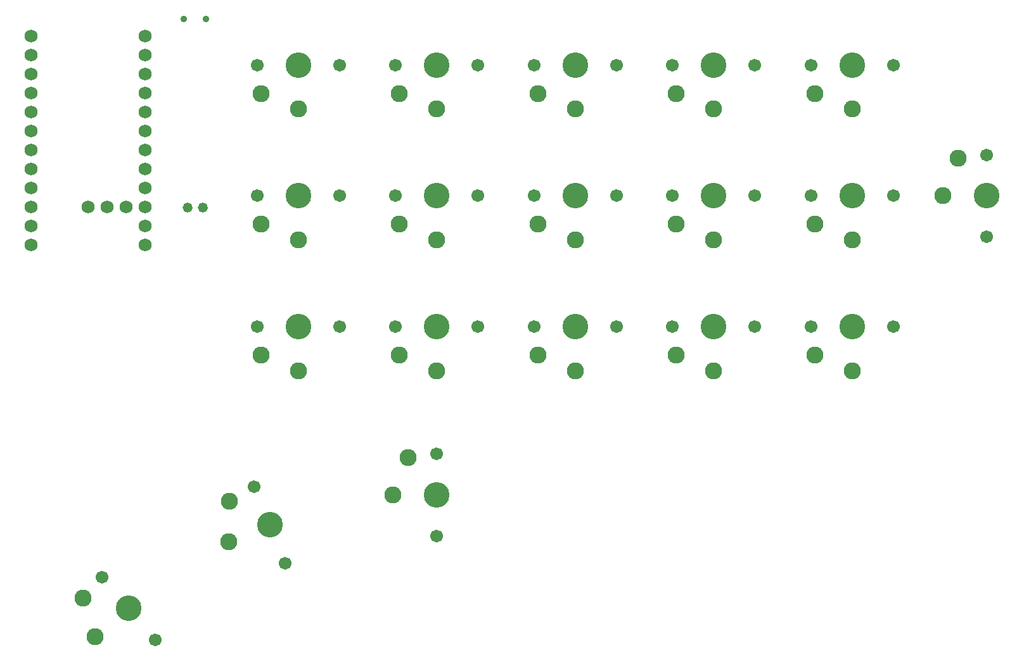
<source format=gbr>
%TF.GenerationSoftware,KiCad,Pcbnew,(6.0.7-1)-1*%
%TF.CreationDate,2022-09-19T22:00:20-07:00*%
%TF.ProjectId,karn-right,6b61726e-2d72-4696-9768-742e6b696361,rev?*%
%TF.SameCoordinates,Original*%
%TF.FileFunction,Soldermask,Bot*%
%TF.FilePolarity,Negative*%
%FSLAX46Y46*%
G04 Gerber Fmt 4.6, Leading zero omitted, Abs format (unit mm)*
G04 Created by KiCad (PCBNEW (6.0.7-1)-1) date 2022-09-19 22:00:20*
%MOMM*%
%LPD*%
G01*
G04 APERTURE LIST*
%ADD10C,1.320800*%
%ADD11C,1.701800*%
%ADD12C,3.429000*%
%ADD13C,2.282000*%
%ADD14C,0.900000*%
%ADD15C,1.752600*%
G04 APERTURE END LIST*
D10*
%TO.C,J1*%
X79200001Y-59052700D03*
X77199999Y-59052700D03*
%TD*%
D11*
%TO.C,SW22*%
X105000000Y-57500000D03*
D12*
X110500000Y-57500000D03*
D11*
X116000000Y-57500000D03*
D13*
X110500000Y-63400000D03*
X105500000Y-61300000D03*
%TD*%
D11*
%TO.C,SW15*%
X160500000Y-40000000D03*
D12*
X166000000Y-40000000D03*
D11*
X171500000Y-40000000D03*
D13*
X166000000Y-45900000D03*
X161000000Y-43800000D03*
%TD*%
D11*
%TO.C,SW13*%
X123500000Y-40000000D03*
D12*
X129000000Y-40000000D03*
D11*
X134500000Y-40000000D03*
D13*
X129000000Y-45900000D03*
X124000000Y-43800000D03*
%TD*%
D12*
%TO.C,SW42*%
X88184068Y-101523050D03*
D11*
X86123732Y-96423539D03*
X90244404Y-106622561D03*
D13*
X82713683Y-103733229D03*
X82787736Y-98310636D03*
%TD*%
D11*
%TO.C,SW31*%
X86500000Y-75000000D03*
D12*
X92000000Y-75000000D03*
D11*
X97500000Y-75000000D03*
D13*
X92000000Y-80900000D03*
X87000000Y-78800000D03*
%TD*%
D12*
%TO.C,SW26*%
X184000000Y-57500000D03*
D11*
X184000000Y-52000000D03*
X184000000Y-63000000D03*
D13*
X178100000Y-57500000D03*
X180200000Y-52500000D03*
%TD*%
D11*
%TO.C,SW33*%
X123500000Y-75000000D03*
D12*
X129000000Y-75000000D03*
D11*
X134500000Y-75000000D03*
D13*
X129000000Y-80900000D03*
X124000000Y-78800000D03*
%TD*%
D11*
%TO.C,SW25*%
X160500000Y-57500000D03*
D12*
X166000000Y-57500000D03*
D11*
X171500000Y-57500000D03*
D13*
X166000000Y-63400000D03*
X161000000Y-61300000D03*
%TD*%
D11*
%TO.C,SW32*%
X105000000Y-75000000D03*
D12*
X110500000Y-75000000D03*
D11*
X116000000Y-75000000D03*
D13*
X110500000Y-80900000D03*
X105500000Y-78800000D03*
%TD*%
D11*
%TO.C,SW21*%
X86500000Y-57500000D03*
D12*
X92000000Y-57500000D03*
D11*
X97500000Y-57500000D03*
D13*
X92000000Y-63400000D03*
X87000000Y-61300000D03*
%TD*%
D12*
%TO.C,SW41*%
X69349160Y-112683234D03*
D11*
X65813828Y-108469990D03*
X72884492Y-116896478D03*
D13*
X64829498Y-116475681D03*
X63224253Y-111295605D03*
%TD*%
D11*
%TO.C,SW12*%
X105000000Y-40000000D03*
D12*
X110500000Y-40000000D03*
D11*
X116000000Y-40000000D03*
D13*
X110500000Y-45900000D03*
X105500000Y-43800000D03*
%TD*%
D11*
%TO.C,SW35*%
X160500000Y-75000000D03*
D12*
X166000000Y-75000000D03*
D11*
X171500000Y-75000000D03*
D13*
X166000000Y-80900000D03*
X161000000Y-78800000D03*
%TD*%
D11*
%TO.C,SW11*%
X86500000Y-40000000D03*
D12*
X92000000Y-40000000D03*
D11*
X97500000Y-40000000D03*
D13*
X92000000Y-45900000D03*
X87000000Y-43800000D03*
%TD*%
D11*
%TO.C,SW23*%
X123500000Y-57500000D03*
D12*
X129000000Y-57500000D03*
D11*
X134500000Y-57500000D03*
D13*
X129000000Y-63400000D03*
X124000000Y-61300000D03*
%TD*%
D11*
%TO.C,SW34*%
X142000000Y-75000000D03*
D12*
X147500000Y-75000000D03*
D11*
X153000000Y-75000000D03*
D13*
X147500000Y-80900000D03*
X142500000Y-78800000D03*
%TD*%
D12*
%TO.C,SW43*%
X110500000Y-97500000D03*
D11*
X110500000Y-92000000D03*
X110500000Y-103000000D03*
D13*
X104600000Y-97500000D03*
X106700000Y-92500000D03*
%TD*%
D11*
%TO.C,SW14*%
X142000000Y-40000000D03*
D12*
X147500000Y-40000000D03*
D11*
X153000000Y-40000000D03*
D13*
X147500000Y-45900000D03*
X142500000Y-43800000D03*
%TD*%
D11*
%TO.C,SW24*%
X142000000Y-57500000D03*
D12*
X147500000Y-57500000D03*
D11*
X153000000Y-57500000D03*
D13*
X147500000Y-63400000D03*
X142500000Y-61300000D03*
%TD*%
D14*
%TO.C,SW_POWER1*%
X76700000Y-33834914D03*
X79700000Y-33834914D03*
%TD*%
D15*
%TO.C,U1*%
X63900000Y-59019750D03*
X66440000Y-59019750D03*
X68980000Y-59019750D03*
X56280000Y-36159750D03*
X56280000Y-38699750D03*
X56280000Y-41239750D03*
X56280000Y-43779750D03*
X56280000Y-46319750D03*
X56280000Y-48859750D03*
X56280000Y-51399750D03*
X56280000Y-53939750D03*
X56280000Y-56479750D03*
X56280000Y-59019750D03*
X56280000Y-61559750D03*
X56280000Y-64099750D03*
X71520000Y-64099750D03*
X71520000Y-61559750D03*
X71520000Y-59019750D03*
X71520000Y-56479750D03*
X71520000Y-53939750D03*
X71520000Y-51399750D03*
X71520000Y-48859750D03*
X71520000Y-46319750D03*
X71520000Y-43779750D03*
X71520000Y-41239750D03*
X71520000Y-38699750D03*
X71520000Y-36159750D03*
%TD*%
M02*

</source>
